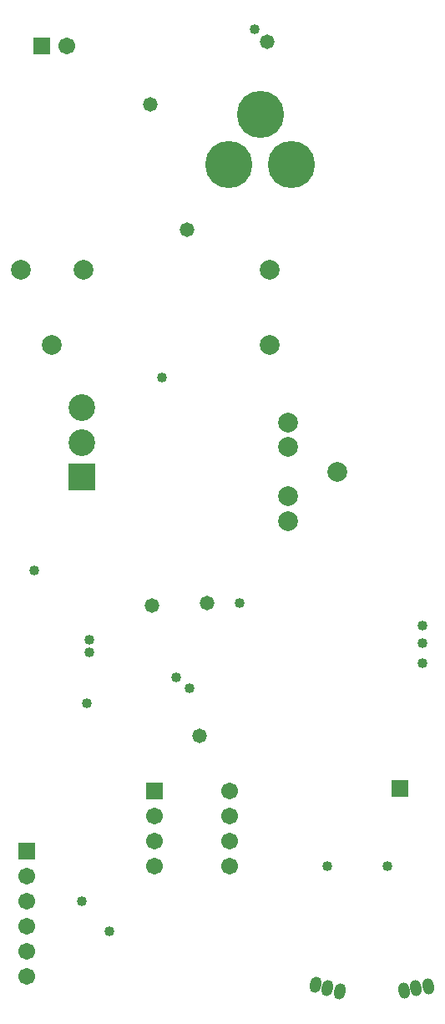
<source format=gbs>
%FSTAX24Y24*%
%MOIN*%
G70*
G01*
G75*
G04 Layer_Color=16711935*
%ADD10R,0.0512X0.0394*%
%ADD11R,0.0256X0.0472*%
%ADD12R,0.0394X0.0512*%
%ADD13R,0.0709X0.0709*%
%ADD14O,0.0906X0.0236*%
%ADD15R,0.0984X0.0512*%
%ADD16R,0.0374X0.0315*%
%ADD17R,0.0630X0.0630*%
%ADD18R,0.0945X0.0236*%
%ADD19O,0.0945X0.0236*%
%ADD20R,0.1004X0.1299*%
%ADD21R,0.1004X0.0374*%
%ADD22R,0.0472X0.0512*%
%ADD23R,0.0394X0.0591*%
%ADD24O,0.0394X0.0591*%
%ADD25C,0.0100*%
%ADD26C,0.0250*%
%ADD27C,0.0600*%
%ADD28C,0.0300*%
%ADD29C,0.0400*%
%ADD30C,0.0060*%
%ADD31C,0.0080*%
%ADD32C,0.0591*%
%ADD33R,0.0591X0.0591*%
%ADD34C,0.1800*%
%ADD35R,0.0591X0.0591*%
G04:AMPARAMS|DCode=36|XSize=37.4mil|YSize=57.1mil|CornerRadius=0mil|HoleSize=0mil|Usage=FLASHONLY|Rotation=10.000|XOffset=0mil|YOffset=0mil|HoleType=Round|Shape=Round|*
%AMOVALD36*
21,1,0.0197,0.0374,0.0000,0.0000,100.0*
1,1,0.0374,0.0017,-0.0097*
1,1,0.0374,-0.0017,0.0097*
%
%ADD36OVALD36*%

G04:AMPARAMS|DCode=37|XSize=37.4mil|YSize=57.1mil|CornerRadius=0mil|HoleSize=0mil|Usage=FLASHONLY|Rotation=345.000|XOffset=0mil|YOffset=0mil|HoleType=Round|Shape=Round|*
%AMOVALD37*
21,1,0.0197,0.0374,0.0000,0.0000,75.0*
1,1,0.0374,-0.0025,-0.0095*
1,1,0.0374,0.0025,0.0095*
%
%ADD37OVALD37*%

%ADD38C,0.0984*%
%ADD39R,0.0984X0.0984*%
%ADD40C,0.0709*%
%ADD41C,0.0320*%
%ADD42C,0.0500*%
%ADD43R,0.0592X0.0474*%
%ADD44R,0.0336X0.0552*%
%ADD45R,0.0474X0.0592*%
%ADD46R,0.0789X0.0789*%
%ADD47O,0.0986X0.0316*%
%ADD48R,0.1064X0.0592*%
%ADD49R,0.0454X0.0395*%
%ADD50R,0.0710X0.0710*%
%ADD51R,0.1025X0.0316*%
%ADD52O,0.1025X0.0316*%
%ADD53R,0.1084X0.1379*%
%ADD54R,0.1084X0.0454*%
%ADD55R,0.0552X0.0592*%
%ADD56R,0.0474X0.0671*%
%ADD57O,0.0474X0.0671*%
%ADD58C,0.0671*%
%ADD59R,0.0671X0.0671*%
%ADD60C,0.1880*%
%ADD61R,0.0671X0.0671*%
G04:AMPARAMS|DCode=62|XSize=45.4mil|YSize=65.1mil|CornerRadius=0mil|HoleSize=0mil|Usage=FLASHONLY|Rotation=10.000|XOffset=0mil|YOffset=0mil|HoleType=Round|Shape=Round|*
%AMOVALD62*
21,1,0.0197,0.0454,0.0000,0.0000,100.0*
1,1,0.0454,0.0017,-0.0097*
1,1,0.0454,-0.0017,0.0097*
%
%ADD62OVALD62*%

G04:AMPARAMS|DCode=63|XSize=45.4mil|YSize=65.1mil|CornerRadius=0mil|HoleSize=0mil|Usage=FLASHONLY|Rotation=345.000|XOffset=0mil|YOffset=0mil|HoleType=Round|Shape=Round|*
%AMOVALD63*
21,1,0.0197,0.0454,0.0000,0.0000,75.0*
1,1,0.0454,-0.0025,-0.0095*
1,1,0.0454,0.0025,0.0095*
%
%ADD63OVALD63*%

%ADD64C,0.1064*%
%ADD65R,0.1064X0.1064*%
%ADD66C,0.0789*%
%ADD67C,0.0400*%
%ADD68C,0.0580*%
D58*
X194Y1398D02*
D03*
Y1408D02*
D03*
Y1418D02*
D03*
Y1428D02*
D03*
X191Y1398D02*
D03*
Y1408D02*
D03*
Y1418D02*
D03*
X1859Y1354D02*
D03*
Y1364D02*
D03*
Y1374D02*
D03*
Y1384D02*
D03*
Y1394D02*
D03*
X187475Y172539D02*
D03*
D59*
X191Y1428D02*
D03*
X2008Y1429D02*
D03*
X186475Y172539D02*
D03*
D60*
X193955Y167815D02*
D03*
X196455D02*
D03*
X195205Y169815D02*
D03*
D61*
X1859Y1404D02*
D03*
D62*
X200943Y134851D02*
D03*
X201435Y134937D02*
D03*
X201928Y135024D02*
D03*
D63*
X197409Y135067D02*
D03*
X197892Y134937D02*
D03*
X198375Y134808D02*
D03*
D64*
X1881Y1581D02*
D03*
Y156722D02*
D03*
D65*
Y155344D02*
D03*
D66*
X1956Y1636D02*
D03*
Y1606D02*
D03*
X186899D02*
D03*
X185639Y1636D02*
D03*
X188159D02*
D03*
X196332Y156534D02*
D03*
Y154566D02*
D03*
Y157519D02*
D03*
Y153581D02*
D03*
X1983Y15555D02*
D03*
D67*
X1944Y1503D02*
D03*
X19185Y14735D02*
D03*
X1924Y1469D02*
D03*
X2017Y1479D02*
D03*
Y1487D02*
D03*
Y1494D02*
D03*
X1884Y14835D02*
D03*
Y14885D02*
D03*
X1883Y1463D02*
D03*
X2003Y1398D02*
D03*
X1979D02*
D03*
X1881Y1384D02*
D03*
X1862Y1516D02*
D03*
X1892Y1372D02*
D03*
X1913Y1593D02*
D03*
X195Y1732D02*
D03*
D68*
X1955Y1727D02*
D03*
X1923Y1652D02*
D03*
X1931Y1503D02*
D03*
X1928Y145D02*
D03*
X1909Y1502D02*
D03*
X190829Y1702D02*
D03*
M02*

</source>
